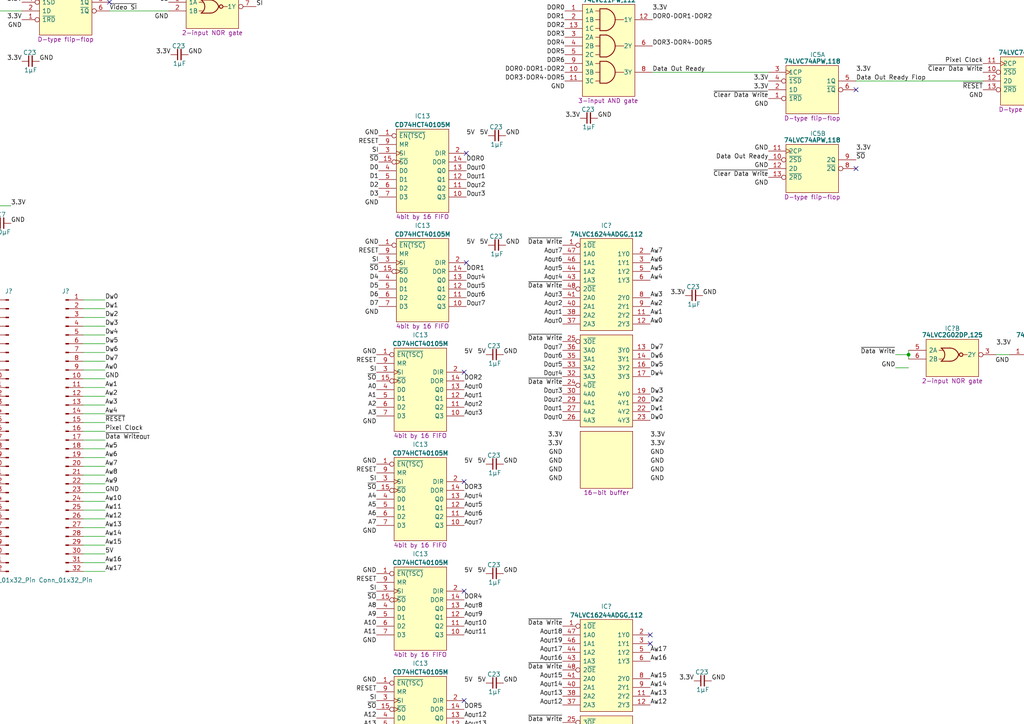
<source format=kicad_sch>
(kicad_sch (version 20230121) (generator eeschema)
  (paper "A4")
  (junction (at 263.525 102.87))
  (junction (at -31.115 59.69))
  (junction (at -1.905 59.69))
  (no_connect (at 188.595 184.15))
  (no_connect (at 248.285 26.035))
  (no_connect (at 31.75 0.635))
  (no_connect (at 188.595 186.69))
  (no_connect (at 134.62 139.7))
  (no_connect (at 134.62 203.2))
  (no_connect (at 417.83 93.98))
  (no_connect (at 134.62 171.45))
  (no_connect (at 310.515 20.955))
  (no_connect (at 135.255 44.45))
  (no_connect (at 417.83 91.44))
  (no_connect (at 134.62 234.95))
  (no_connect (at -5.715 64.77))
  (no_connect (at 361.95 23.495))
  (no_connect (at 188.595 232.41))
  (no_connect (at 188.595 227.33))
  (no_connect (at 134.62 107.95))
  (no_connect (at 188.595 229.87))
  (no_connect (at 248.285 48.895))
  (no_connect (at 135.255 76.2))
  (no_connect (at 188.595 224.79))
  (wire (pts (xy -1.905 64.77) (xy -1.905 59.69)))
  (wire (pts (xy 30.48 130.175) (xy 24.13 130.175)))
  (wire (pts (xy 30.48 153.035) (xy 24.13 153.035)))
  (wire (pts (xy -1.27 3.175) (xy 6.35 3.175)))
  (wire (pts (xy 30.48 109.855) (xy 24.13 109.855)))
  (wire (pts (xy 30.48 145.415) (xy 24.13 145.415)))
  (wire (pts (xy 30.48 89.535) (xy 24.13 89.535)))
  (wire (pts (xy -8.89 127.635) (xy -2.54 127.635)))
  (wire (pts (xy 263.525 101.6) (xy 263.525 102.87)))
  (wire (pts (xy -8.89 155.575) (xy -2.54 155.575)))
  (wire (pts (xy 30.48 102.235) (xy 24.13 102.235)))
  (wire (pts (xy 30.48 147.955) (xy 24.13 147.955)))
  (wire (pts (xy -8.89 145.415) (xy -2.54 145.415)))
  (wire (pts (xy 30.48 120.015) (xy 24.13 120.015)))
  (wire (pts (xy -8.89 104.775) (xy -2.54 104.775)))
  (wire (pts (xy -8.89 125.095) (xy -2.54 125.095)))
  (wire (pts (xy -8.89 132.715) (xy -2.54 132.715)))
  (wire (pts (xy -8.89 120.015) (xy -2.54 120.015)))
  (wire (pts (xy -12.7 -1.905) (xy 6.35 -1.905)))
  (wire (pts (xy -8.89 137.795) (xy -2.54 137.795)))
  (wire (pts (xy -31.115 59.69) (xy -31.115 62.23)))
  (wire (pts (xy 30.48 92.075) (xy 24.13 92.075)))
  (wire (pts (xy 248.285 23.495) (xy 285.115 23.495)))
  (wire (pts (xy 30.48 107.315) (xy 24.13 107.315)))
  (wire (pts (xy -8.89 99.695) (xy -2.54 99.695)))
  (wire (pts (xy 30.48 155.575) (xy 24.13 155.575)))
  (wire (pts (xy 30.48 117.475) (xy 24.13 117.475)))
  (wire (pts (xy -8.89 130.175) (xy -2.54 130.175)))
  (wire (pts (xy 30.48 142.875) (xy 24.13 142.875)))
  (wire (pts (xy 310.515 23.495) (xy 336.55 23.495)))
  (wire (pts (xy -8.89 160.655) (xy -2.54 160.655)))
  (wire (pts (xy 31.75 3.175) (xy 48.895 3.175)))
  (wire (pts (xy 30.48 137.795) (xy 24.13 137.795)))
  (wire (pts (xy -46.355 64.77) (xy -45.085 64.77)))
  (wire (pts (xy -8.89 102.235) (xy -2.54 102.235)))
  (wire (pts (xy 30.48 135.255) (xy 24.13 135.255)))
  (wire (pts (xy 30.48 122.555) (xy 24.13 122.555)))
  (wire (pts (xy -8.89 163.195) (xy -2.54 163.195)))
  (wire (pts (xy 30.48 125.095) (xy 24.13 125.095)))
  (wire (pts (xy 30.48 163.195) (xy 24.13 163.195)))
  (wire (pts (xy 30.48 132.715) (xy 24.13 132.715)))
  (wire (pts (xy -8.89 89.535) (xy -2.54 89.535)))
  (wire (pts (xy 30.48 150.495) (xy 24.13 150.495)))
  (wire (pts (xy 30.48 104.775) (xy 24.13 104.775)))
  (wire (pts (xy -8.89 86.995) (xy -2.54 86.995)))
  (wire (pts (xy 30.48 99.695) (xy 24.13 99.695)))
  (wire (pts (xy 30.48 160.655) (xy 24.13 160.655)))
  (wire (pts (xy -8.89 112.395) (xy -2.54 112.395)))
  (wire (pts (xy 259.715 102.87) (xy 263.525 102.87)))
  (wire (pts (xy -8.89 92.075) (xy -2.54 92.075)))
  (wire (pts (xy 30.48 112.395) (xy 24.13 112.395)))
  (wire (pts (xy 263.525 102.87) (xy 263.525 104.14)))
  (wire (pts (xy 30.48 94.615) (xy 24.13 94.615)))
  (wire (pts (xy -8.89 142.875) (xy -2.54 142.875)))
  (wire (pts (xy -1.27 5.715) (xy -1.27 3.175)))
  (wire (pts (xy -8.89 94.615) (xy -2.54 94.615)))
  (wire (pts (xy 259.715 106.68) (xy 263.525 106.68)))
  (wire (pts (xy -8.89 114.935) (xy -2.54 114.935)))
  (wire (pts (xy -8.89 107.315) (xy -2.54 107.315)))
  (wire (pts (xy -8.89 150.495) (xy -2.54 150.495)))
  (wire (pts (xy 189.23 20.955) (xy 222.885 20.955)))
  (wire (pts (xy 30.48 114.935) (xy 24.13 114.935)))
  (wire (pts (xy -46.355 59.69) (xy -46.355 64.77)))
  (wire (pts (xy 30.48 165.735) (xy 24.13 165.735)))
  (wire (pts (xy -8.89 117.475) (xy -2.54 117.475)))
  (wire (pts (xy 30.48 158.115) (xy 24.13 158.115)))
  (wire (pts (xy -8.89 147.955) (xy -2.54 147.955)))
  (wire (pts (xy -8.89 165.735) (xy -2.54 165.735)))
  (wire (pts (xy -8.89 158.115) (xy -2.54 158.115)))
  (wire (pts (xy 30.48 140.335) (xy 24.13 140.335)))
  (wire (pts (xy 24.13 86.995) (xy 30.48 86.995)))
  (wire (pts (xy -1.905 59.69) (xy 3.175 59.69)))
  (wire (pts (xy -8.89 122.555) (xy -2.54 122.555)))
  (wire (pts (xy -8.89 153.035) (xy -2.54 153.035)))
  (wire (pts (xy 288.925 102.87) (xy 292.735 102.87)))
  (wire (pts (xy -8.89 140.335) (xy -2.54 140.335)))
  (wire (pts (xy -46.355 59.69) (xy -31.115 59.69)))
  (wire (pts (xy 30.48 127.635) (xy 24.13 127.635)))
  (wire (pts (xy -8.89 135.255) (xy -2.54 135.255)))
  (wire (pts (xy -38.1 5.715) (xy -1.27 5.715)))
  (wire (pts (xy -8.89 97.155) (xy -2.54 97.155)))
  (wire (pts (xy -5.715 59.69) (xy -1.905 59.69)))
  (wire (pts (xy -8.89 109.855) (xy -2.54 109.855)))
  (wire (pts (xy 30.48 97.155) (xy 24.13 97.155)))
  (label "A_{OUT}14" (at 163.195 199.39 180))
  (label "PHI2" (at -38.1 5.715 180))
  (label "GND" (at 188.595 242.57 0))
  (label "A3" (at -8.89 120.015 180))
  (label "GND" (at 163.195 139.7 180))
  (label "A_{W}10" (at 188.595 214.63 0))
  (label "D5" (at -8.89 102.235 180))
  (label "Data Out Ready" (at 222.885 46.355 180))
  (label "A_{W}4" (at 188.595 81.28 0))
  (label "Pixel Clock" (at 285.115 18.415 180))
  (label "A_{W}1" (at 188.595 91.44 0))
  (label "D_{OUT}6" (at 163.195 104.14 180))
  (label "A_{W}16" (at 188.595 191.77 0))
  (label "~{Data Write}" (at 163.195 181.61 180))
  (label "RESET" (at 109.855 73.66 180))
  (label "5V" (at -8.89 92.075 180))
  (label "RESET" (at -12.7 26.035 0))
  (label "GND" (at 30.48 109.855 0))
  (label "A10" (at -8.89 147.955 180))
  (label "D_{W}2" (at 30.48 92.075 0))
  (label "~{SO}" (at 248.285 46.355 0))
  (label "DOR6" (at 134.62 237.49 0))
  (label "D_{OUT}6" (at 135.255 86.36 0))
  (label "GND" (at 109.22 154.94 180))
  (label "A_{OUT}9" (at 134.62 179.07 0))
  (label "DOR2" (at 163.83 8.255 180))
  (label "SI" (at 109.855 44.45 180))
  (label "GND" (at 188.595 134.62 0))
  (label "GND" (at 188.595 132.08 0))
  (label "A_{OUT}10" (at 163.195 214.63 180))
  (label "A_{OUT}5" (at 163.195 78.74 180))
  (label "A_{OUT}7" (at 163.195 73.66 180))
  (label "~{RESET}" (at 285.115 26.035 180))
  (label "A_{OUT}3" (at 163.195 86.36 180))
  (label "GND" (at 163.195 245.11 180))
  (label "A_{OUT}15" (at 163.195 196.85 180))
  (label "GND" (at 222.885 31.115 180))
  (label "A_{OUT}14" (at 134.62 213.36 0))
  (label "A_{OUT}2" (at 163.195 88.9 180))
  (label "~{Data Write}" (at 163.195 194.31 180))
  (label "Data Out Ready" (at 189.23 20.955 0))
  (label "3.3V" (at 163.195 127 180))
  (label "GND" (at 188.595 245.11 0))
  (label "D_{W}3" (at 188.595 114.3 0))
  (label "5V" (at 140.97 102.87 180))
  (label "SI" (at 109.22 107.95 180))
  (label "3.3V" (at 163.195 222.25 180))
  (label "3.3V" (at 31.75 -1.905 0))
  (label "D_{OUT}3" (at 163.195 114.3 180))
  (label "GND" (at 163.195 137.16 180))
  (label "GND" (at 163.195 224.79 180))
  (label "A14" (at 109.22 213.36 180))
  (label "A5" (at -8.89 130.175 180))
  (label "GND" (at 109.22 166.37 180))
  (label "A_{W}7" (at 30.48 135.255 0))
  (label "A4" (at -8.89 127.635 180))
  (label "GND" (at 203.835 85.725 0))
  (label "D_{OUT}4" (at 163.195 109.22 180))
  (label "D_{W}7" (at 30.48 104.775 0))
  (label "GND" (at -33.02 39.37 0))
  (label "~{Data Write}" (at 163.195 111.76 180))
  (label "GND" (at 222.885 43.815 180))
  (label "A_{W}6" (at 30.48 132.715 0))
  (label "3.3V" (at 248.285 20.955 0))
  (label "GND" (at 146.685 39.37 0))
  (label "D_{OUT}0" (at 135.255 49.53 0))
  (label "D_{OUT}2" (at 163.195 116.84 180))
  (label "DOR0·DOR1·DOR2" (at 189.23 5.715 0))
  (label "GND" (at 392.43 88.9 180))
  (label "~{Data Write}" (at 259.715 102.87 180))
  (label "GND" (at 109.22 198.12 180))
  (label "A_{W}1" (at 30.48 112.395 0))
  (label "A15" (at -8.89 160.655 180))
  (label "~{Pixel Clock}" (at -12.7 28.575 0))
  (label "A17" (at 109.22 242.57 180))
  (label "D_{W}0" (at 188.595 121.92 0))
  (label "3.3V" (at 6.35 17.78 180))
  (label "A_{OUT}16" (at 134.62 240.03 0))
  (label "3.3V" (at 361.95 18.415 0))
  (label "A_{OUT}11" (at 163.195 212.09 180))
  (label "GND" (at 109.22 186.69 180))
  (label "3.3V" (at 74.295 -0.635 0))
  (label "~{SO}" (at 109.22 110.49 180))
  (label "A_{W}3" (at 30.48 117.475 0))
  (label "GND" (at 163.195 242.57 180))
  (label "D7" (at -8.89 107.315 180))
  (label "A_{W}15" (at 188.595 196.85 0))
  (label "GND" (at 11.43 17.78 0))
  (label "A_{W}2" (at 30.48 114.935 0))
  (label "DOR4" (at 163.83 13.335 180))
  (label "3.3V" (at 49.53 15.875 180))
  (label "3.3V" (at 188.595 127 0))
  (label "D_{W}6" (at 188.595 104.14 0))
  (label "A_{OUT}5" (at 134.62 147.32 0))
  (label "A_{OUT}11" (at 134.62 184.15 0))
  (label "GND" (at 146.05 229.87 0))
  (label "A0" (at -8.89 112.395 180))
  (label "A_{OUT}3" (at 134.62 120.65 0))
  (label "A11" (at -8.89 150.495 180))
  (label "3.3V" (at 6.35 5.715 180))
  (label "A_{OUT}13" (at 134.62 210.82 0))
  (label "A_{OUT}16" (at 163.195 191.77 180))
  (label "D3" (at -8.89 97.155 180))
  (label "A_{W}13" (at 188.595 201.93 0))
  (label "GND" (at 222.885 48.895 180))
  (label "D_{OUT}5" (at 163.195 106.68 180))
  (label "GND" (at 188.595 247.65 0))
  (label "A_{W}12" (at 30.48 150.495 0))
  (label "A_{OUT}1" (at 163.195 91.44 180))
  (label "A_{W}17" (at 30.48 165.735 0))
  (label "DOR1" (at 163.83 5.715 180))
  (label "GND" (at 188.595 137.16 0))
  (label "GND" (at 163.195 132.08 180))
  (label "RESET" (at 109.22 105.41 180))
  (label "~{RESET}" (at 336.55 20.955 180))
  (label "A3" (at 109.22 120.65 180))
  (label "D_{OUT}0" (at 163.195 121.92 180))
  (label "A_{OUT}17" (at 163.195 189.23 180))
  (label "A4" (at 109.22 144.78 180))
  (label "~{Data Write}" (at 163.195 209.55 180))
  (label "3.3V" (at 198.755 85.725 180))
  (label "A2" (at 109.22 118.11 180))
  (label "D_{OUT}7" (at 135.255 88.9 0))
  (label "DOR2" (at 134.62 110.49 0))
  (label "~{CS}" (at -8.89 132.715 180))
  (label "GND" (at -38.1 0.635 180))
  (label "GND" (at 173.355 34.29 0))
  (label "3.3V" (at 6.35 0.635 180))
  (label "A_{OUT}6" (at 134.62 149.86 0))
  (label "5V" (at 134.62 166.37 0))
  (label "A17" (at -8.89 165.735 180))
  (label "~{Clear Data Write}" (at 222.885 28.575 180))
  (label "~{Data Write}_{OUT}" (at 30.48 127.635 0))
  (label "5V" (at 134.62 102.87 0))
  (label "A_{OUT}6" (at 163.195 76.2 180))
  (label "5V" (at 134.62 229.87 0))
  (label "D6" (at 109.855 86.36 180))
  (label "RESET" (at 109.22 137.16 180))
  (label "DOR3·DOR4·DOR5" (at 189.23 13.335 0))
  (label "A_{W}0" (at 188.595 93.98 0))
  (label "A_{W}13" (at 30.48 153.035 0))
  (label "A_{OUT}18" (at 163.195 184.15 180))
  (label "RESET" (at 109.22 232.41 180))
  (label "GND" (at 163.195 250.19 180))
  (label "A12" (at 109.22 208.28 180))
  (label "GND" (at -38.1 31.115 180))
  (label "A_{W}11" (at 30.48 147.955 0))
  (label "A_{OUT}15" (at 134.62 215.9 0))
  (label "A_{W}9" (at 188.595 217.17 0))
  (label "~{SO}" (at 109.22 205.74 180))
  (label "A1" (at -8.89 114.935 180))
  (label "A_{W}10" (at 30.48 145.415 0))
  (label "3.3V" (at 163.195 129.54 180))
  (label "GND" (at 336.55 28.575 180))
  (label "A_{OUT}1" (at 134.62 115.57 0))
  (label "A_{OUT}8" (at 163.195 219.71 180))
  (label "A_{OUT}7" (at 134.62 152.4 0))
  (label "D_{OUT}5" (at 135.255 83.82 0))
  (label "D_{W}7" (at 188.595 101.6 0))
  (label "A_{OUT}0" (at 163.195 93.98 180))
  (label "GND" (at 146.05 134.62 0))
  (label "3.3V" (at -12.7 -4.445 0))
  (label "D3" (at 109.855 57.15 180))
  (label "DOR0" (at 163.83 3.175 180))
  (label "DOR3" (at 134.62 142.24 0))
  (label "D7" (at 109.855 88.9 180))
  (label "~{Data Write}" (at 163.195 83.82 180))
  (label "A_{W}3" (at 188.595 86.36 0))
  (label "GND" (at 6.35 8.255 180))
  (label "D2" (at -8.89 94.615 180))
  (label "SI" (at 109.22 139.7 180))
  (label "RESET" (at 109.22 200.66 180))
  (label "Data Out Ready Flop" (at 248.285 23.495 0))
  (label "D_{OUT}2" (at 135.255 54.61 0))
  (label "5V" (at 141.605 71.12 180))
  (label "A_{W}12" (at 188.595 204.47 0))
  (label "D_{OUT}3" (at 135.255 57.15 0))
  (label "~{Pixel Clock}" (at 336.55 18.415 180))
  (label "GND" (at 109.22 123.19 180))
  (label "5V" (at 134.62 134.62 0))
  (label "GND" (at -31.115 64.77 180))
  (label "A_{OUT}0" (at 134.62 113.03 0))
  (label "3.3V" (at 222.885 26.035 180))
  (label "3.3V" (at 163.195 237.49 180))
  (label "A5" (at 109.22 147.32 180))
  (label "A13" (at 109.22 210.82 180))
  (label "~{Data Write}" (at 163.195 99.06 180))
  (label "A_{W}17" (at 188.595 189.23 0))
  (label "5V" (at -46.355 59.69 180))
  (label "3.3V" (at 392.43 93.98 180))
  (label "GND" (at 109.22 218.44 180))
  (label "GND" (at 109.22 102.87 180))
  (label "5V" (at 140.97 166.37 180))
  (label "3.3V" (at 336.55 26.035 180))
  (label "D1" (at -8.89 89.535 180))
  (label "5V" (at 140.97 134.62 180))
  (label "3.3V" (at -12.7 23.495 0))
  (label "D_{W}1" (at 188.595 119.38 0))
  (label "D_{W}5" (at 30.48 99.695 0))
  (label "3.3V" (at 222.885 23.495 180))
  (label "3.3V" (at 392.43 96.52 180))
  (label "D_{OUT}4" (at 135.255 81.28 0))
  (label "D4" (at 109.855 81.28 180))
  (label "DOR6" (at 163.83 18.415 180))
  (label "A7" (at 109.22 152.4 180))
  (label "GND" (at 109.22 134.62 180))
  (label "5V" (at 30.48 160.655 0))
  (label "3.3V" (at 248.285 43.815 0))
  (label "A6" (at 109.22 149.86 180))
  (label "A_{OUT}18" (at 134.62 245.11 0))
  (label "GND" (at 109.22 250.19 180))
  (label "~{Data Write}" (at 163.195 71.12 180))
  (label "3.3V" (at -38.1 39.37 180))
  (label "A_{W}8" (at 188.595 219.71 0))
  (label "D1" (at 109.855 52.07 180))
  (label "A_{W}6" (at 188.595 76.2 0))
  (label "A_{W}0" (at 30.48 107.315 0))
  (label "3.3V" (at 168.275 34.29 180))
  (label "DOR5" (at 163.83 15.875 180))
  (label "A_{OUT}10" (at 134.62 181.61 0))
  (label "D_{OUT}7" (at 163.195 101.6 180))
  (label "DOR4" (at 134.62 173.99 0))
  (label "DOR1" (at 135.255 78.74 0))
  (label "A_{W}14" (at 30.48 155.575 0))
  (label "GND" (at 109.22 247.65 180))
  (label "GND" (at 163.195 247.65 180))
  (label "GND" (at 109.22 229.87 180))
  (label "3.3V" (at 417.83 88.9 0))
  (label "A_{W}15" (at 30.48 158.115 0))
  (label "3.3V" (at 163.195 240.03 180))
  (label "A13" (at -8.89 155.575 180))
  (label "~{Data Write}_{OUT}" (at 318.135 102.87 0))
  (label "A_{OUT}12" (at 163.195 204.47 180))
  (label "3.3V" (at 189.23 3.175 0))
  (label "RESET" (at 109.855 41.91 180))
  (label "D_{W}4" (at 188.595 109.22 0))
  (label "SI" (at 109.22 203.2 180))
  (label "D_{OUT}1" (at 163.195 119.38 180))
  (label "SI" (at 109.22 171.45 180))
  (label "D0" (at 109.855 49.53 180))
  (label "A16" (at -8.89 163.195 180))
  (label "D6" (at -8.89 104.775 180))
  (label "5V" (at 140.97 198.12 180))
  (label "A_{OUT}4" (at 163.195 81.28 180))
  (label "D0" (at -8.89 86.995 180))
  (label "A2" (at -8.89 117.475 180))
  (label "A_{OUT}2" (at 134.62 118.11 0))
  (label "~{RESET}" (at 30.48 122.555 0))
  (label "A14" (at -8.89 158.115 180))
  (label "GND" (at 109.855 39.37 180))
  (label "A_{W}14" (at 188.595 199.39 0))
  (label "GND" (at -33.02 10.16 0))
  (label "GND" (at 3.175 64.77 0))
  (label "5V" (at 135.255 39.37 0))
  (label "GND" (at 163.83 26.035 180))
  (label "DOR3·DOR4·DOR5" (at 163.83 23.495 180))
  (label "Pixel Clock" (at -38.1 28.575 180))
  (label "D_{W}3" (at 30.48 94.615 0))
  (label "A_{W}9" (at 30.48 140.335 0))
  (label "A_{W}7" (at 188.595 73.66 0))
  (label "A_{OUT}12" (at 134.62 208.28 0))
  (label "GND" (at 163.195 232.41 180))
  (label "D_{W}1" (at 30.48 89.535 0))
  (label "~{2X PHI2}" (at -12.7 -1.905 0))
  (label "A_{OUT}17" (at 134.62 242.57 0))
  (label "~{RESET}" (at -38.1 26.035 180))
  (label "SI" (at 109.22 234.95 180))
  (label "D_{W}5" (at 188.595 106.68 0))
  (label "DOR3" (at 163.83 10.795 180))
  (label "A_{OUT}9" (at 163.195 217.17 180))
  (label "A_{W}16" (at 30.48 163.195 0))
  (label "GND" (at 109.855 71.12 180))
  (label "Pixel Clock" (at 30.48 125.095 0))
  (label "A_{W}11" (at 188.595 212.09 0))
  (label "~{SO}" (at 109.855 78.74 180))
  (label "A_{OUT}19" (at 163.195 186.69 180))
  (label "3.3V" (at 188.595 240.03 0))
  (label "GND" (at 109.855 91.44 180))
  (label "GND" (at 392.43 99.06 180))
  (label "5V" (at 140.97 229.87 180))
  (label "PHI2" (at -8.89 125.095 180))
  (label "3.3V" (at 188.595 237.49 0))
  (label "D_{W}2" (at 188.595 116.84 0))
  (label "A1" (at 109.22 115.57 180))
  (label "A_{OUT}13" (at 163.195 201.93 180))
  (label "GND" (at 109.855 59.69 180))
  (label "5V" (at 134.62 198.12 0))
  (label "A_{OUT}4" (at 134.62 144.78 0))
  (label "GND" (at 292.735 105.41 180))
  (label "~{Data Write}" (at 310.515 23.495 0))
  (label "~{CS}" (at 48.895 0.635 180))
  (label "D_{W}0" (at 30.48 86.995 0))
  (label "SI" (at 74.295 1.905 0))
  (label "3.3V" (at 201.295 197.485 180))
  (label "DOR0" (at 135.255 46.99 0))
  (label "GND" (at 188.595 139.7 0))
  (label "GND" (at 48.895 5.715 180))
  (label "A_{W}8" (at 30.48 137.795 0))
  (label "3.3V" (at 188.595 129.54 0))
  (label "A_{W}4" (at 30.48 120.015 0))
  (label "A_{W}5" (at 188.595 78.74 0))
  (label "A8" (at 109.22 176.53 180))
  (label "~{Clear Data Write}" (at 222.885 51.435 180))
  (label "3.3V" (at 3.175 59.69 0))
  (label "A9" (at 109.22 179.07 180))
  (label "A6" (at -8.89 135.255 180))
  (label "RESET" (at 109.22 168.91 180))
  (label "GND" (at 146.05 166.37 0))
  (label "A11" (at 109.22 184.15 180))
  (label "~{SO}" (at 109.22 173.99 180))
  (label "A12" (at -8.89 153.035 180))
  (label "~{SO}" (at 109.22 237.49 180))
  (label "A10" (at 109.22 181.61 180))
  (label "A0" (at 109.22 113.03 180))
  (label "3.3V" (at 288.925 100.33 0))
  (label "GND" (at 163.195 134.62 180))
  (label "GND" (at -40.005 64.77 0))
  (label "A8" (at -8.89 140.335 180))
  (label "~{Clear Data Write}" (at 285.115 20.955 180))
  (label "5V" (at 141.605 39.37 180))
  (label "~{Video SI}" (at 31.75 3.175 0))
  (label "GND" (at 146.685 71.12 0))
  (label "A9" (at -8.89 145.415 180))
  (label "D2" (at 109.855 54.61 180))
  (label "GND" (at 188.595 250.19 0))
  (label "D_{OUT}1" (at 135.255 52.07 0))
  (label "3.3V" (at 392.43 91.44 180))
  (label "GND" (at 259.715 106.68 180))
  (label "GND" (at 285.115 28.575 180))
  (label "GND" (at 146.05 198.12 0))
  (label "3.3V" (at 310.515 18.415 0))
  (label "DOR0·DOR1·DOR2" (at 163.83 20.955 180))
  (label "2X PHI2" (at -8.89 122.555 180))
  (label "GND" (at -8.89 142.875 180))
  (label "GND" (at -8.89 109.855 180))
  (label "~{SO}" (at 109.22 142.24 180))
  (label "A_{OUT}8" (at 134.62 176.53 0))
  (label "GND" (at 222.885 53.975 180))
  (label "D4" (at -8.89 99.695 180))
  (label "SI" (at 109.855 76.2 180))
  (label "5V" (at 135.255 71.12 0))
  (label "D_{W}4" (at 30.48 97.155 0))
  (label "A16" (at 109.22 240.03 180))
  (label "2X PHI2" (at -38.1 -1.905 180))
  (label "GND" (at 163.195 229.87 180))
  (label "A_{W}2" (at 188.595 88.9 0))
  (label "3.3V" (at -38.1 10.16 180))
  (label "A15" (at 109.22 215.9 180))
  (label "3.3V" (at 318.135 100.33 0))
  (label "A7" (at -8.89 137.795 180))
  (label "D5" (at 109.855 83.82 180))
  (label "~{Clear Data Write}" (at 361.95 20.955 0))
  (label "DOR5" (at 134.62 205.74 0))
  (label "D_{W}6" (at 30.48 102.235 0))
  (label "GND" (at 146.05 102.87 0))
  (label "GND" (at 54.61 15.875 0))
  (label "GND" (at 163.195 227.33 180))
  (label "A_{OUT}19" (at 134.62 247.65 0))
  (label "~{SO}" (at 109.855 46.99 180))
  (label "A_{W}5" (at 30.48 130.175 0))
  (label "GND" (at 109.22 245.11 180))
  (label "GND" (at 30.48 142.875 0))
  (label "GND" (at 206.375 197.485 0))
  (symbol (lib_id "Nexperia:74LVC74APW,118_Multi") (at 6.35 -1.905 0) (unit 1)
    (property "Reference" "IC?" (at 18.415 -6.985 0) (effects (justify left)))
    (property "Value" "74LVC74APW,118" (at 19.05 -5.08 0) (effects (font bold)))
    (property "Footprint" "SOP65P640X110-14N" (effects hide))
    (property "Datasheet" "https://assets.nexperia.com/documents/data-sheet/74LVC74A.pdf" (effects hide))
    (property "Description" "D-type flip-flop" (at 19.05 11.43 0))
    (property "Height" "1.1" (effects hide))
    (property "Mouser Part Number" "771-74LVC74APW-T" (effects hide))
    (property "Mouser Price/Stock" "https://www.mouser.co.uk/ProductDetail/Nexperia/74LVC74APW118?qs=me8TqzrmIYVtXwVfet0lzw%3D%3D" (effects hide))
    (property "Manufacturer_Name" "Nexperia" (effects hide))
    (property "Manufacturer_Part_Number" "74LVC74APW,118" (effects hide))
    (property "Silkscreen" "74LVC74APW" (effects hide))
    (instances (project "Video 400x600 single" (path "" (reference "IC?") (unit 1)) (path "" (reference "IC3") (unit 1))))
  )
  (symbol (lib_id "Nexperia:74LVC2G04GW-Q100H_Multi") (at 292.735 102.87 0) (unit 1)
    (property "Reference" "IC18" (at 304.165 95.25 0) (effects (justify left)))
    (property "Value" "74LVC2G04GW-Q100H" (at 305.435 97.155 0) (effects (font bold)))
    (property "Footprint" "SOP65P210X110-6N" (effects hide))
    (property "Datasheet" "https://assets.nexperia.com/documents/data-sheet/74LVC2G04_Q100.pdf" (effects hide))
    (property "Description" "2-input inverter" (at 305.435 108.585 0))
    (property "Height" "1.1" (effects hide))
    (property "Manufacturer_Name" "Nexperia" (effects hide))
    (property "Manufacturer_Part_Number" "74LVC2G04GW-Q100H" (effects hide))
    (property "Mouser Part Number" "771-74LVC2G04GWQ100H" (effects hide))
    (property "Mouser Price/Stock" "https://www.mouser.co.uk/ProductDetail/Nexperia/74LVC2G04GW-Q100H?qs=Yna0arPQ0CQTXbBDVSrZqQ%3D%3D" (effects hide))
    (property "Silkscreen" "'2G04" (effects hide))
  )
  (symbol (lib_id "HCP65:C_0805") (at 141.605 39.37 0) (unit 1)
    (property "Reference" "C23" (at 143.891 36.83 0))
    (property "Value" "1μF" (at 144.145 41.91 0))
    (property "Footprint" "SamacSys_Parts:C_0805" (effects hide))
    (instances (project "Pico Sound" (path "" (reference "C23") (unit 1))) (project "Video 400x600 single" (path "" (reference "C?") (unit 1)) (path "" (reference "C5") (unit 1))))
  )
  (symbol (lib_id "Nexperia:74LVC74APW,118_Multi") (at 222.885 20.955 0) (unit 1)
    (property "Reference" "IC5" (at 234.95 15.875 0) (effects (justify left)))
    (property "Value" "74LVC74APW,118" (at 235.585 17.78 0) (effects (font bold)))
    (property "Footprint" "SOP65P640X110-14N" (effects hide))
    (property "Datasheet" "https://assets.nexperia.com/documents/data-sheet/74LVC74A.pdf" (effects hide))
    (property "Description" "D-type flip-flop" (at 235.585 34.29 0))
    (property "Height" "1.1" (effects hide))
    (property "Mouser Part Number" "771-74LVC74APW-T" (effects hide))
    (property "Mouser Price/Stock" "https://www.mouser.co.uk/ProductDetail/Nexperia/74LVC74APW118?qs=me8TqzrmIYVtXwVfet0lzw%3D%3D" (effects hide))
    (property "Manufacturer_Name" "Nexperia" (effects hide))
    (property "Manufacturer_Part_Number" "74LVC74APW,118" (effects hide))
    (property "Silkscreen" "74LVC74APW" (effects hide))
  )
  (symbol (lib_id "HCP65:C_0805") (at 140.97 102.87 0) (unit 1)
    (property "Reference" "C23" (at 143.256 100.33 0))
    (property "Value" "1μF" (at 143.51 105.41 0))
    (property "Footprint" "SamacSys_Parts:C_0805" (effects hide))
    (instances (project "Pico Sound" (path "" (reference "C23") (unit 1))) (project "Video 400x600 single" (path "" (reference "C?") (unit 1)) (path "" (reference "C7") (unit 1))))
  )
  (symbol (lib_id "Connector:Conn_01x32_Pin") (at 2.54 125.095 0) (mirror y) (unit 1)
    (property "Reference" "J?" (at 2.54 84.455 0))
    (property "Value" "Conn_01x32_Pin" (at 2.54 168.275 0))
    (property "Footprint" "Connector_PinHeader_2.54mm:PinHeader_1x32_P2.54mm_Vertical" (effects hide))
    (instances (project "Video 400x600 single" (path "" (reference "J?") (unit 1)) (path "" (reference "J1") (unit 1))))
  )
  (symbol (lib_id "Nexperia:74LVC16244ADGG,112") (at 163.195 71.12 0) (unit 1)
    (property "Reference" "IC?" (at 175.895 65.405 0))
    (property "Value" "74LVC16244ADGG,112" (at 175.895 67.945 0) (effects (font bold)))
    (property "Footprint" "74LVC16244ADGG112" (effects hide))
    (property "Datasheet" "https://assets.nexperia.com/documents/data-sheet/74LVC_LVCH16244A.pdf" (effects hide))
    (property "Description" "16-bit buffer" (at 175.895 142.875 0))
    (property "Height" "1.2" (effects hide))
    (property "Manufacturer_Name" "Nexperia" (effects hide))
    (property "Manufacturer_Part_Number" "74LVC16244ADGG,112" (effects hide))
    (property "Mouser Part Number" "771-74LVC16244DG" (effects hide))
    (property "Mouser Price/Stock" "https://www.mouser.co.uk/ProductDetail/Nexperia/74LVC16244ADGG112?qs=qAI9lz2tHCO4%252BdMkKmxvXA%3D%3D" (effects hide))
    (property "Silkscreen" "74LVC16244ADGG" (effects hide))
    (instances (project "Video 400x600 single" (path "" (reference "IC?") (unit 1)) (path "" (reference "IC10") (unit 1))))
  )
  (symbol (lib_id "HCP65:C_0805") (at 140.97 198.12 0) (unit 1)
    (property "Reference" "C23" (at 143.256 195.58 0))
    (property "Value" "1μF" (at 143.51 200.66 0))
    (property "Footprint" "SamacSys_Parts:C_0805" (effects hide))
    (instances (project "Pico Sound" (path "" (reference "C23") (unit 1))) (project "Video 400x600 single" (path "" (reference "C?") (unit 1)) (path "" (reference "C10") (unit 1))))
  )
  (symbol (lib_id "HCP65:C_0805") (at 140.97 134.62 0) (unit 1)
    (property "Reference" "C23" (at 143.256 132.08 0))
    (property "Value" "1μF" (at 143.51 137.16 0))
    (property "Footprint" "SamacSys_Parts:C_0805" (effects hide))
    (instances (project "Pico Sound" (path "" (reference "C23") (unit 1))) (project "Video 400x600 single" (path "" (reference "C?") (unit 1)) (path "" (reference "C8") (unit 1))))
  )
  (symbol (lib_id "Nexperia:74LVC74APW,118_Multi") (at 222.885 43.815 0) (unit 2)
    (property "Reference" "IC5" (at 234.95 38.735 0) (effects (justify left)))
    (property "Value" "74LVC74APW,118" (at 235.585 40.64 0) (effects (font bold)))
    (property "Footprint" "SOP65P640X110-14N" (effects hide))
    (property "Datasheet" "https://assets.nexperia.com/documents/data-sheet/74LVC74A.pdf" (effects hide))
    (property "Description" "D-type flip-flop" (at 235.585 57.15 0))
    (property "Height" "1.1" (effects hide))
    (property "Mouser Part Number" "771-74LVC74APW-T" (effects hide))
    (property "Mouser Price/Stock" "https://www.mouser.co.uk/ProductDetail/Nexperia/74LVC74APW118?qs=me8TqzrmIYVtXwVfet0lzw%3D%3D" (effects hide))
    (property "Manufacturer_Name" "Nexperia" (effects hide))
    (property "Manufacturer_Part_Number" "74LVC74APW,118" (effects hide))
    (property "Silkscreen" "74LVC74APW" (effects hide))
  )
  (symbol (lib_id "Texas_Instruments:CD74HCT40105M") (at 109.22 166.37 0) (unit 1)
    (property "Reference" "IC13" (at 121.92 160.655 0))
    (property "Value" "CD74HCT40105M" (at 121.92 163.195 0) (effects (font bold)))
    (property "Footprint" "SOIC127P600X175-16N" (effects hide))
    (property "Datasheet" "http://www.ti.com/lit/gpn/CD74HCT40105" (effects hide))
    (property "Description" "4bit by 16 FIFO" (at 121.92 189.865 0))
    (property "Height" "1.75" (effects hide))
    (property "Manufacturer_Name" "Texas Instruments" (effects hide))
    (property "Manufacturer_Part_Number" "CD74HCT40105M" (effects hide))
    (property "Mouser Part Number" "595-CD74HCT40105M" (effects hide))
    (property "Mouser Price/Stock" "https://www.mouser.co.uk/ProductDetail/Texas-Instruments/CD74HCT40105M?qs=Dqy2GfToSoScqz%252Bk6stUgg%3D%3D" (effects hide))
    (property "Arrow Part Number" "CD74HCT40105M" (effects hide))
    (property "Arrow Price/Stock" "https://www.arrow.com/en/products/cd74hct40105m/texas-instruments" (effects hide))
    (instances (project "Pico Sound" (path "" (reference "IC13") (unit 1))) (project "Video 400x600 single" (path "" (reference "IC?") (unit 1)) (path "" (reference "IC13") (unit 1))))
  )
  (symbol (lib_id "HCP65:C_0805") (at -1.905 64.77 0) (unit 1)
    (property "Reference" "C7" (at 0.381 62.23 0))
    (property "Value" "10µF" (at -1.905 67.31 0) (effects (justify left)))
    (property "Footprint" "SamacSys_Parts:C_0805" (effects hide))
    (instances (project "Pico Sound" (path "" (reference "C7") (unit 1))) (project "Video 400x600 single" (path "" (reference "C?") (unit 1)) (path "" (reference "C2") (unit 1))))
  )
  (symbol (lib_id "HCP65:C_0805") (at 168.275 34.29 0) (unit 1)
    (property "Reference" "C23" (at 170.561 31.75 0))
    (property "Value" "1μF" (at 170.815 36.83 0))
    (property "Footprint" "SamacSys_Parts:C_0805" (effects hide))
    (instances (project "Pico Sound" (path "" (reference "C23") (unit 1))) (project "Video 400x600 single" (path "" (reference "C?") (unit 1)) (path "" (reference "C15") (unit 1))))
  )
  (symbol (lib_id "Diodes_Inc:AP7365-33WG-7") (at -31.115 59.69 0) (unit 1)
    (property "Reference" "IC2" (at -18.415 54.61 0))
    (property "Value" "AP7365-33WG-7" (at -18.415 56.515 0) (effects (font bold)))
    (property "Footprint" "SOT95P285X130-5N" (effects hide))
    (property "Datasheet" "https://componentsearchengine.com/Datasheets/1/AP7365-33WG-7.pdf" (effects hide))
    (property "Description" "3.3.3V LDO voltage regulator" (at -18.415 67.945 0))
    (property "Height" "1.3" (effects hide))
    (property "Manufacturer_Name" "Diodes Inc." (effects hide))
    (property "Manufacturer_Part_Number" "AP7365-33WG-7" (effects hide))
    (property "Mouser Part Number" "621-AP7365-33WG-7" (effects hide))
    (property "Mouser Price/Stock" "https://www.mouser.co.uk/ProductDetail/Diodes-Incorporated/AP7365-33WG-7?qs=abZ1nkZpTuOZFvxvoFPL0w%3D%3D" (effects hide))
    (property "Arrow Part Number" "AP7365-33WG-7" (effects hide))
    (property "Arrow Price/Stock" "https://www.arrow.com/en/products/ap7365-33wg-7/diodes-incorporated?region=nac" (effects hide))
    (property "Silkscreen" "AP7365" (effects hide))
    (instances (project "Pico Sound" (path "" (reference "IC2") (unit 1))) (project "Video 400x600 single" (path "" (reference "IC?") (unit 1)) (path "" (reference "IC8") (unit 1))))
  )
  (symbol (lib_id "Texas_Instruments:CD74HCT40105M") (at 109.22 102.87 0) (unit 1)
    (property "Reference" "IC13" (at 121.92 97.155 0))
    (property "Value" "CD74HCT40105M" (at 121.92 99.695 0) (effects (font bold)))
    (property "Footprint" "SOIC127P600X175-16N" (effects hide))
    (property "Datasheet" "http://www.ti.com/lit/gpn/CD74HCT40105" (effects hide))
    (property "Description" "4bit by 16 FIFO" (at 121.92 126.365 0))
    (property "Height" "1.75" (effects hide))
    (property "Manufacturer_Name" "Texas Instruments" (effects hide))
    (property "Manufacturer_Part_Number" "CD74HCT40105M" (effects hide))
    (property "Mouser Part Number" "595-CD74HCT40105M" (effects hide))
    (property "Mouser Price/Stock" "https://www.mouser.co.uk/ProductDetail/Texas-Instruments/CD74HCT40105M?qs=Dqy2GfToSoScqz%252Bk6stUgg%3D%3D" (effects hide))
    (property "Arrow Part Number" "CD74HCT40105M" (effects hide))
    (property "Arrow Price/Stock" "https://www.arrow.com/en/products/cd74hct40105m/texas-instruments" (effects hide))
    (instances (project "Pico Sound" (path "" (reference "IC13") (unit 1))) (project "Video 400x600 single" (path "" (reference "IC?") (unit 1)) (path "" (reference "IC11") (unit 1))))
  )
  (symbol (lib_id "Texas_Instruments:CD74HCT40105M") (at 109.22 229.87 0) (unit 1)
    (property "Reference" "IC13" (at 121.92 224.155 0))
    (property "Value" "CD74HCT40105M" (at 121.92 226.695 0) (effects (font bold)))
    (property "Footprint" "SOIC127P600X175-16N" (effects hide))
    (property "Datasheet" "http://www.ti.com/lit/gpn/CD74HCT40105" (effects hide))
    (property "Description" "4bit by 16 FIFO" (at 121.92 253.365 0))
    (property "Height" "1.75" (effects hide))
    (property "Manufacturer_Name" "Texas Instruments" (effects hide))
    (property "Manufacturer_Part_Number" "CD74HCT40105M" (effects hide))
    (property "Mouser Part Number" "595-CD74HCT40105M" (effects hide))
    (property "Mouser Price/Stock" "https://www.mouser.co.uk/ProductDetail/Texas-Instruments/CD74HCT40105M?qs=Dqy2GfToSoScqz%252Bk6stUgg%3D%3D" (effects hide))
    (property "Arrow Part Number" "CD74HCT40105M" (effects hide))
    (property "Arrow Price/Stock" "https://www.arrow.com/en/products/cd74hct40105m/texas-instruments" (effects hide))
    (instances (project "Pico Sound" (path "" (reference "IC13") (unit 1))) (project "Video 400x600 single" (path "" (reference "IC?") (unit 1)) (path "" (reference "IC16") (unit 1))))
  )
  (symbol (lib_id "HCP65:C_0805") (at 49.53 15.875 0) (unit 1)
    (property "Reference" "C23" (at 51.816 13.335 0))
    (property "Value" "1μF" (at 52.07 18.415 0))
    (property "Footprint" "SamacSys_Parts:C_0805" (effects hide))
    (instances (project "Pico Sound" (path "" (reference "C23") (unit 1))) (project "Video 400x600 single" (path "" (reference "C?") (unit 1)) (path "" (reference "C18") (unit 1))))
  )
  (symbol (lib_id "HCP65:C_0805") (at -38.1 10.16 0) (unit 1)
    (property "Reference" "C23" (at -35.814 7.62 0))
    (property "Value" "1μF" (at -35.56 12.7 0))
    (property "Footprint" "SamacSys_Parts:C_0805" (effects hide))
    (instances (project "Pico Sound" (path "" (reference "C23") (unit 1))) (project "Video 400x600 single" (path "" (reference "C?") (unit 1)) (path "" (reference "C17") (unit 1))))
  )
  (symbol (lib_id "HCP65:C_0805") (at -38.1 39.37 0) (unit 1)
    (property "Reference" "C23" (at -35.814 36.83 0))
    (property "Value" "1μF" (at -35.56 41.91 0))
    (property "Footprint" "SamacSys_Parts:C_0805" (effects hide))
    (instances (project "Pico Sound" (path "" (reference "C23") (unit 1))) (project "Video 400x600 single" (path "" (reference "C?") (unit 1)) (path "" (reference "C3") (unit 1))))
  )
  (symbol (lib_name "74LVC2G04GW-Q100H_Multi_1") (lib_id "Nexperia:74LVC2G04GW-Q100H_Multi") (at -38.1 -1.905 0) (unit 2)
    (property "Reference" "IC18" (at -26.67 -9.525 0) (effects (justify left)))
    (property "Value" "74LVC2G04GW-Q100H" (at -25.4 -7.62 0) (effects (font bold)))
    (property "Footprint" "SOP65P210X110-6N" (effects hide))
    (property "Datasheet" "https://assets.nexperia.com/documents/data-sheet/74LVC2G04_Q100.pdf" (effects hide))
    (property "Description" "2-input inverter" (at -25.4 3.81 0))
    (property "Height" "1.1" (effects hide))
    (property "Manufacturer_Name" "Nexperia" (effects hide))
    (property "Manufacturer_Part_Number" "74LVC2G04GW-Q100H" (effects hide))
    (property "Mouser Part Number" "771-74LVC2G04GWQ100H" (effects hide))
    (property "Mouser Price/Stock" "https://www.mouser.co.uk/ProductDetail/Nexperia/74LVC2G04GW-Q100H?qs=Yna0arPQ0CQTXbBDVSrZqQ%3D%3D" (effects hide))
    (property "Silkscreen" "'2G04" (effects hide))
  )
  (symbol (lib_id "HCP65:C_0805") (at 6.35 17.78 0) (unit 1)
    (property "Reference" "C23" (at 8.636 15.24 0))
    (property "Value" "1μF" (at 8.89 20.32 0))
    (property "Footprint" "SamacSys_Parts:C_0805" (effects hide))
    (instances (project "Pico Sound" (path "" (reference "C23") (unit 1))) (project "Video 400x600 single" (path "" (reference "C?") (unit 1)) (path "" (reference "C20") (unit 1))))
  )
  (symbol (lib_id "Nexperia:74LVC74APW,118_Multi") (at 392.43 88.9 0) (unit 1)
    (property "Reference" "IC6" (at 404.495 83.82 0) (effects (justify left)))
    (property "Value" "74LVC74APW,118" (at 405.13 85.725 0) (effects (font bold)))
    (property "Footprint" "SOP65P640X110-14N" (effects hide))
    (property "Datasheet" "https://assets.nexperia.com/documents/data-sheet/74LVC74A.pdf" (effects hide))
    (property "Description" "D-type flip-flop" (at 405.13 102.235 0))
    (property "Height" "1.1" (effects hide))
    (property "Mouser Part Number" "771-74LVC74APW-T" (effects hide))
    (property "Mouser Price/Stock" "https://www.mouser.co.uk/ProductDetail/Nexperia/74LVC74APW118?qs=me8TqzrmIYVtXwVfet0lzw%3D%3D" (effects hide))
    (property "Manufacturer_Name" "Nexperia" (effects hide))
    (property "Manufacturer_Part_Number" "74LVC74APW,118" (effects hide))
    (property "Silkscreen" "74LVC74APW" (effects hide))
  )
  (symbol (lib_id "Nexperia:74LVC74APW,118_Multi") (at 285.115 18.415 0) (unit 2)
    (property "Reference" "IC?" (at 297.18 13.335 0) (effects (justify left)))
    (property "Value" "74LVC74APW,118" (at 297.815 15.24 0) (effects (font bold)))
    (property "Footprint" "SOP65P640X110-14N" (effects hide))
    (property "Datasheet" "https://assets.nexperia.com/documents/data-sheet/74LVC74A.pdf" (effects hide))
    (property "Description" "D-type flip-flop" (at 297.815 31.75 0))
    (property "Height" "1.1" (effects hide))
    (property "Mouser Part Number" "771-74LVC74APW-T" (effects hide))
    (property "Mouser Price/Stock" "https://www.mouser.co.uk/ProductDetail/Nexperia/74LVC74APW118?qs=me8TqzrmIYVtXwVfet0lzw%3D%3D" (effects hide))
    (property "Manufacturer_Name" "Nexperia" (effects hide))
    (property "Manufacturer_Part_Number" "74LVC74APW,118" (effects hide))
    (property "Silkscreen" "74LVC74APW" (effects hide))
    (instances (project "Video 400x600 single" (path "" (reference "IC?") (unit 2)) (path "" (reference "IC3") (unit 2))))
  )
  (symbol (lib_id "Texas_Instruments:CD74HCT40105M") (at 109.22 134.62 0) (unit 1)
    (property "Reference" "IC13" (at 121.92 128.905 0))
    (property "Value" "CD74HCT40105M" (at 121.92 131.445 0) (effects (font bold)))
    (property "Footprint" "SOIC127P600X175-16N" (effects hide))
    (property "Datasheet" "http://www.ti.com/lit/gpn/CD74HCT40105" (effects hide))
    (property "Description" "4bit by 16 FIFO" (at 121.92 158.115 0))
    (property "Height" "1.75" (effects hide))
    (property "Manufacturer_Name" "Texas Instruments" (effects hide))
    (property "Manufacturer_Part_Number" "CD74HCT40105M" (effects hide))
    (property "Mouser Part Number" "595-CD74HCT40105M" (effects hide))
    (property "Mouser Price/Stock" "https://www.mouser.co.uk/ProductDetail/Texas-Instruments/CD74HCT40105M?qs=Dqy2GfToSoScqz%252Bk6stUgg%3D%3D" (effects hide))
    (property "Arrow Part Number" "CD74HCT40105M" (effects hide))
    (property "Arrow Price/Stock" "https://www.arrow.com/en/products/cd74hct40105m/texas-instruments" (effects hide))
    (instances (project "Pico Sound" (path "" (reference "IC13") (unit 1))) (project "Video 400x600 single" (path "" (reference "IC?") (unit 1)) (path "" (reference "IC12") (unit 1))))
  )
  (symbol (lib_id "HCP65:C_0805") (at 201.295 197.485 0) (unit 1)
    (property "Reference" "C23" (at 203.581 194.945 0))
    (property "Value" "1μF" (at 203.835 200.025 0))
    (property "Footprint" "SamacSys_Parts:C_0805" (effects hide))
    (instances (project "Pico Sound" (path "" (reference "C23") (unit 1))) (project "Video 400x600 single" (path "" (reference "C?") (unit 1)) (path "" (reference "C12") (unit 1))))
  )
  (symbol (lib_id "HCP65:C_0805") (at 141.605 71.12 0) (unit 1)
    (property "Reference" "C23" (at 143.891 68.58 0))
    (property "Value" "1μF" (at 144.145 73.66 0))
    (property "Footprint" "SamacSys_Parts:C_0805" (effects hide))
    (instances (project "Pico Sound" (path "" (reference "C23") (unit 1))) (project "Video 400x600 single" (path "" (reference "C?") (unit 1)) (path "" (reference "C6") (unit 1))))
  )
  (symbol (lib_id "HCP65:C_0805") (at 140.97 166.37 0) (unit 1)
    (property "Reference" "C23" (at 143.256 163.83 0))
    (property "Value" "1μF" (at 143.51 168.91 0))
    (property "Footprint" "SamacSys_Parts:C_0805" (effects hide))
    (instances (project "Pico Sound" (path "" (reference "C23") (unit 1))) (project "Video 400x600 single" (path "" (reference "C?") (unit 1)) (path "" (reference "C9") (unit 1))))
  )
  (symbol (lib_id "Texas_Instruments:CD74HCT40105M") (at 109.855 39.37 0) (unit 1)
    (property "Reference" "IC13" (at 122.555 33.655 0))
    (property "Value" "CD74HCT40105M" (at 122.555 36.195 0) (effects (font bold)))
    (property "Footprint" "SOIC127P600X175-16N" (effects hide))
    (property "Datasheet" "http://www.ti.com/lit/gpn/CD74HCT40105" (effects hide))
    (property "Description" "4bit by 16 FIFO" (at 122.555 62.865 0))
    (property "Height" "1.75" (effects hide))
    (property "Manufacturer_Name" "Texas Instruments" (effects hide))
    (property "Manufacturer_Part_Number" "CD74HCT40105M" (effects hide))
    (property "Mouser Part Number" "595-CD74HCT40105M" (effects hide))
    (property "Mouser Price/Stock" "https://www.mouser.co.uk/ProductDetail/Texas-Instruments/CD74HCT40105M?qs=Dqy2GfToSoScqz%252Bk6stUgg%3D%3D" (effects hide))
    (property "Arrow Part Number" "CD74HCT40105M" (effects hide))
    (property "Arrow Price/Stock" "https://www.arrow.com/en/products/cd74hct40105m/texas-instruments" (effects hide))
    (instances (project "Pico Sound" (path "" (reference "IC13") (unit 1))) (project "Video 400x600 single" (path "" (reference "IC?") (unit 1)) (path "" (reference "IC7") (unit 1))))
  )
  (symbol (lib_id "HCP65:C_0805") (at -45.085 64.77 0) (unit 1)
    (property "Reference" "C5" (at -42.799 62.23 0))
    (property "Value" "10µF" (at -45.085 67.31 0) (effects (justify left)))
    (property "Footprint" "SamacSys_Parts:C_0805" (effects hide))
    (instances (project "Pico Sound" (path "" (reference "C5") (unit 1))) (project "Video 400x600 single" (path "" (reference "C?") (unit 1)) (path "" (reference "C1") (unit 1))))
  )
  (symbol (lib_id "Nexperia:74LVC16244ADGG,112") (at 163.195 181.61 0) (unit 1)
    (property "Reference" "IC?" (at 175.895 175.895 0))
    (property "Value" "74LVC16244ADGG,112" (at 175.895 178.435 0) (effects (font bold)))
    (property "Footprint" "74LVC16244ADGG112" (effects hide))
    (property "Datasheet" "https://assets.nexperia.com/documents/data-sheet/74LVC_LVCH16244A.pdf" (effects hide))
    (property "Description" "16-bit buffer" (at 175.895 253.365 0))
    (property "Height" "1.2" (effects hide))
    (property "Manufacturer_Name" "Nexperia" (effects hide))
    (property "Manufacturer_Part_Number" "74LVC16244ADGG,112" (effects hide))
    (property "Mouser Part Number" "771-74LVC16244DG" (effects hide))
    (property "Mouser Price/Stock" "https://www.mouser.co.uk/ProductDetail/Nexperia/74LVC16244ADGG112?qs=qAI9lz2tHCO4%252BdMkKmxvXA%3D%3D" (effects hide))
    (property "Silkscreen" "74LVC16244ADGG" (effects hide))
    (instances (project "Video 400x600 single" (path "" (reference "IC?") (unit 1)) (path "" (reference "IC14") (unit 1))))
  )
  (symbol (lib_id "HCP65:C_0805") (at 198.755 85.725 0) (unit 1)
    (property "Reference" "C23" (at 201.041 83.185 0))
    (property "Value" "1μF" (at 201.295 88.265 0))
    (property "Footprint" "SamacSys_Parts:C_0805" (effects hide))
    (instances (project "Pico Sound" (path "" (reference "C23") (unit 1))) (project "Video 400x600 single" (path "" (reference "C?") (unit 1)) (path "" (reference "C13") (unit 1))))
  )
  (symbol (lib_id "Nexperia:74LVC2G04GW-Q100H") (at -38.1 26.035 0) (unit 1)
    (property "Reference" "IC17" (at -26.67 18.415 0) (effects (justify left)))
    (property "Value" "74LVC2G04GW-Q100H" (at -25.4 20.32 0) (effects (font bold)))
    (property "Footprint" "SOP65P210X110-6N" (effects hide))
    (property "Datasheet" "https://assets.nexperia.com/documents/data-sheet/74LVC2G04_Q100.pdf" (effects hide))
    (property "Description" "2-input inverter" (at -25.4 34.29 0))
    (property "Height" "1.1" (effects hide))
    (property "Manufacturer_Name" "Nexperia" (effects hide))
    (property "Manufacturer_Part_Number" "74LVC2G04GW-Q100H" (effects hide))
    (property "Mouser Part Number" "771-74LVC2G04GWQ100H" (effects hide))
    (property "Mouser Price/Stock" "https://www.mouser.co.uk/ProductDetail/Nexperia/74LVC2G04GW-Q100H?qs=Yna0arPQ0CQTXbBDVSrZqQ%3D%3D" (effects hide))
    (property "Silkscreen" "'2G04" (effects hide))
  )
  (symbol (lib_name "74LVC2G02DP,125_Multi_1") (lib_id "Nexperia:74LVC2G02DP,125_Multi") (at 48.895 -0.635 0) (unit 1)
    (property "Reference" "IC?" (at 61.595 -5.715 0))
    (property "Value" "74LVC2G02DP,125" (at 61.595 -3.81 0) (effects (font bold)))
    (property "Footprint" "SOP65P400X110-8N" (effects hide))
    (property "Datasheet" "https://assets.nexperia.com/documents/data-sheet/74LVC2G02.pdf" (effects hide))
    (property "Description" "2-input NOR gate" (at 61.595 9.525 0))
    (property "Height" "1.1" (effects hide))
    (property "Mouser Part Number" "771-LVC2G02DP125" (effects hide))
    (property "Mouser Price/Stock" "https://www.mouser.co.uk/ProductDetail/Nexperia/74LVC2G02DP125?qs=me8TqzrmIYWiSMBpOBB%252Bsg%3D%3D" (effects hide))
    (property "Manufacturer_Name" "Nexperia" (effects hide))
    (property "Manufacturer_Part_Number" "74LVC2G02DP,125" (effects hide))
    (property "Silkscreen" "'2G02" (effects hide))
    (instances (project "Video 400x600 single" (path "" (reference "IC?") (unit 1)) (path "" (reference "IC4") (unit 1))))
  )
  (symbol (lib_id "Connector:Conn_01x32_Pin") (at 19.05 125.095 0) (unit 1)
    (property "Reference" "J?" (at 19.05 84.455 0))
    (property "Value" "Conn_01x32_Pin" (at 19.05 168.275 0))
    (property "Footprint" "Connector_PinHeader_2.54mm:PinHeader_1x32_P2.54mm_Vertical" (effects hide))
    (instances (project "Video 400x600 single" (path "" (reference "J?") (unit 1)) (path "" (reference "J2") (unit 1))))
  )
  (symbol (lib_id "Texas_Instruments:CD74HCT40105M") (at 109.22 198.12 0) (unit 1)
    (property "Reference" "IC13" (at 121.92 192.405 0))
    (property "Value" "CD74HCT40105M" (at 121.92 194.945 0) (effects (font bold)))
    (property "Footprint" "SOIC127P600X175-16N" (effects hide))
    (property "Datasheet" "http://www.ti.com/lit/gpn/CD74HCT40105" (effects hide))
    (property "Description" "4bit by 16 FIFO" (at 121.92 221.615 0))
    (property "Height" "1.75" (effects hide))
    (property "Manufacturer_Name" "Texas Instruments" (effects hide))
    (property "Manufacturer_Part_Number" "CD74HCT40105M" (effects hide))
    (property "Mouser Part Number" "595-CD74HCT40105M" (effects hide))
    (property "Mouser Price/Stock" "https://www.mouser.co.uk/ProductDetail/Texas-Instruments/CD74HCT40105M?qs=Dqy2GfToSoScqz%252Bk6stUgg%3D%3D" (effects hide))
    (property "Arrow Part Number" "CD74HCT40105M" (effects hide))
    (property "Arrow Price/Stock" "https://www.arrow.com/en/products/cd74hct40105m/texas-instruments" (effects hide))
    (instances (project "Pico Sound" (path "" (reference "IC13") (unit 1))) (project "Video 400x600 single" (path "" (reference "IC?") (unit 1)) (path "" (reference "IC15") (unit 1))))
  )
  (symbol (lib_id "Nexperia:74LVC74APW,118_Multi") (at 336.55 18.415 0) (unit 2)
    (property "Reference" "IC6" (at 348.615 13.335 0) (effects (justify left)))
    (property "Value" "74LVC74APW,118" (at 349.25 15.24 0) (effects (font bold)))
    (property "Footprint" "SOP65P640X110-14N" (effects hide))
    (property "Datasheet" "https://assets.nexperia.com/documents/data-sheet/74LVC74A.pdf" (effects hide))
    (property "Description" "D-type flip-flop" (at 349.25 31.75 0))
    (property "Height" "1.1" (effects hide))
    (property "Mouser Part Number" "771-74LVC74APW-T" (effects hide))
    (property "Mouser Price/Stock" "https://www.mouser.co.uk/ProductDetail/Nexperia/74LVC74APW118?qs=me8TqzrmIYVtXwVfet0lzw%3D%3D" (effects hide))
    (property "Manufacturer_Name" "Nexperia" (effects hide))
    (property "Manufacturer_Part_Number" "74LVC74APW,118" (effects hide))
    (property "Silkscreen" "74LVC74APW" (effects hide))
  )
  (symbol (lib_id "Nexperia:74LVC2G02DP,125_Multi") (at 263.525 100.33 0) (unit 2)
    (property "Reference" "IC?" (at 276.225 95.25 0))
    (property "Value" "74LVC2G02DP,125" (at 276.225 97.155 0) (effects (font bold)))
    (property "Footprint" "SOP65P400X110-8N" (effects hide))
    (property "Datasheet" "https://assets.nexperia.com/documents/data-sheet/74LVC2G02.pdf" (effects hide))
    (property "Description" "2-input NOR gate" (at 276.225 110.49 0))
    (property "Height" "1.1" (effects hide))
    (property "Mouser Part Number" "771-LVC2G02DP125" (effects hide))
    (property "Mouser Price/Stock" "https://www.mouser.co.uk/ProductDetail/Nexperia/74LVC2G02DP125?qs=me8TqzrmIYWiSMBpOBB%252Bsg%3D%3D" (effects hide))
    (property "Manufacturer_Name" "Nexperia" (effects hide))
    (property "Manufacturer_Part_Number" "74LVC2G02DP,125" (effects hide))
    (property "Silkscreen" "74LVC2G02" (effects hide))
    (instances (project "Video 400x600 single" (path "" (reference "IC?") (unit 2)) (path "" (reference "IC4") (unit 2))))
  )
  (symbol (lib_id "Nexperia:74LVC11PW,112") (at 163.83 3.175 0) (unit 1)
    (property "Reference" "IC?" (at 175.895 -1.905 0) (effects (justify left)))
    (property "Value" "74LVC11PW,112" (at 168.91 0 0) (effects (font bold) (justify left)))
    (property "Footprint" "SOP65P640X110-14N" (effects hide))
    (property "Datasheet" "https://assets.nexperia.com/documents/data-sheet/74LVC11.pdf" (effects hide))
    (property "Description" "3-input AND gate" (at 167.64 29.21 0) (effects (justify left)))
    (property "Height" "1.1" (effects hide))
    (property "Mouser Part Number" "771-LVC11PW112" (effects hide))
    (property "Mouser Price/Stock" "https://www.mouser.co.uk/ProductDetail/Nexperia/74LVC11PW112?qs=me8TqzrmIYUpAtZGADtB2w%3D%3D" (effects hide))
    (property "Manufacturer_Name" "Nexperia" (effects hide))
    (property "Manufacturer_Part_Number" "74LVC11PW,112" (effects hide))
    (property "Silkscreen" "74LVC11PW" (effects hide))
    (instances (project "Video 400x600 single" (path "" (reference "IC?") (unit 1)) (path "" (reference "IC1") (unit 1))))
  )
  (symbol (lib_id "Texas_Instruments:CD74HCT40105M") (at 109.855 71.12 0) (unit 1)
    (property "Reference" "IC13" (at 122.555 65.405 0))
    (property "Value" "CD74HCT40105M" (at 122.555 67.945 0) (effects (font bold)))
    (property "Footprint" "SOIC127P600X175-16N" (effects hide))
    (property "Datasheet" "http://www.ti.com/lit/gpn/CD74HCT40105" (effects hide))
    (property "Description" "4bit by 16 FIFO" (at 122.555 94.615 0))
    (property "Height" "1.75" (effects hide))
    (property "Manufacturer_Name" "Texas Instruments" (effects hide))
    (property "Manufacturer_Part_Number" "CD74HCT40105M" (effects hide))
    (property "Mouser Part Number" "595-CD74HCT40105M" (effects hide))
    (property "Mouser Price/Stock" "https://www.mouser.co.uk/ProductDetail/Texas-Instruments/CD74HCT40105M?qs=Dqy2GfToSoScqz%252Bk6stUgg%3D%3D" (effects hide))
    (property "Arrow Part Number" "CD74HCT40105M" (effects hide))
    (property "Arrow Price/Stock" "https://www.arrow.com/en/products/cd74hct40105m/texas-instruments" (effects hide))
    (instances (project "Pico Sound" (path "" (reference "IC13") (unit 1))) (project "Video 400x600 single" (path "" (reference "IC?") (unit 1)) (path "" (reference "IC9") (unit 1))))
  )
  (symbol (lib_id "HCP65:C_0805") (at 140.97 229.87 0) (unit 1)
    (property "Reference" "C23" (at 143.256 227.33 0))
    (property "Value" "1μF" (at 143.51 232.41 0))
    (property "Footprint" "SamacSys_Parts:C_0805" (effects hide))
    (instances (project "Pico Sound" (path "" (reference "C23") (unit 1))) (project "Video 400x600 single" (path "" (reference "C?") (unit 1)) (path "" (reference "C11") (unit 1))))
  )
)
</source>
